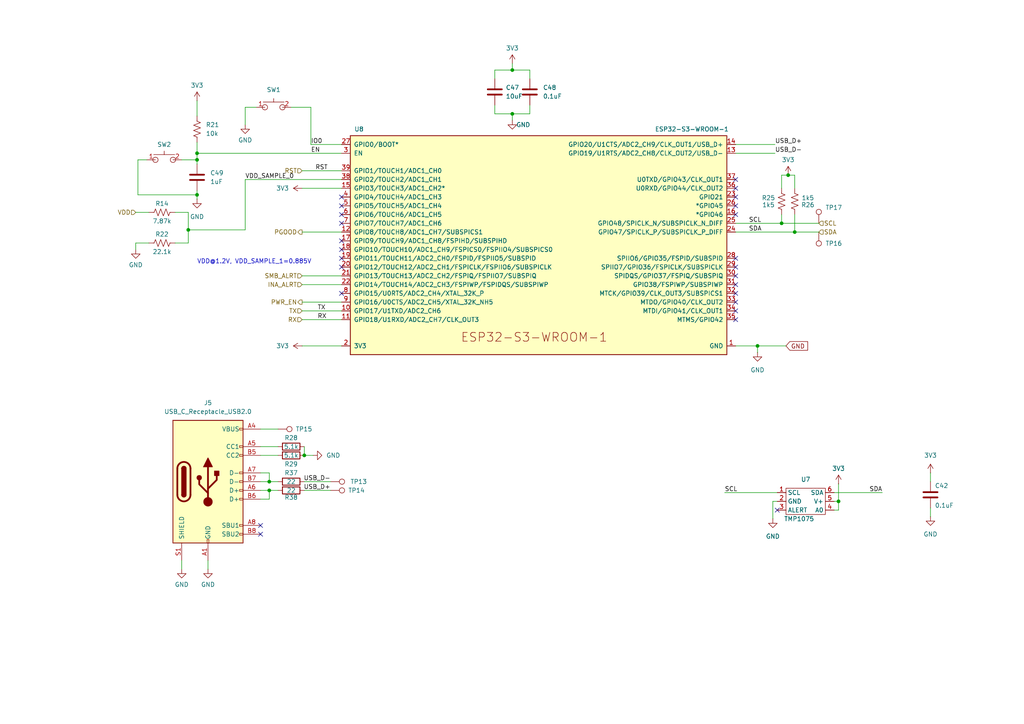
<source format=kicad_sch>
(kicad_sch (version 20231120) (generator "eeschema") (generator_version "8.0")
  (paper "A4")
  (title_block (title "BitForgeNano") (date "2024-06-21") (rev "1.0") (comment 1 "Licensed under CERN-OHL-W version 2"))
  (lib_symbols
    (symbol "+3V3_1" (power) (pin_numbers hide) (pin_names (offset 0) hide)
      (property "Value" "+3V3" (at 0 3.556 0))
      (symbol "+3V3_1_0_1"
        (polyline (pts (xy -0.762 1.27) (xy 0 2.54)))
        (polyline (pts (xy 0 0) (xy 0 2.54)))
        (polyline (pts (xy 0 2.54) (xy 0.762 1.27)))
      )
      (symbol "+3V3_1_1_1"
        (pin power_in line (at 0 0 90) (length 0) (name "~") (number "1"))
      )
    )
    (symbol "BitForgeNano:C" (pin_numbers hide) (pin_names (offset 0.254))
      (property "Reference" "C" (at 0.635 2.54 0))
      (property "Value" "C" (at 0.635 -2.54 0))
      (symbol "C_0_1"
        (polyline (pts (xy -2.032 -0.762) (xy 2.032 -0.762)) (stroke (width 0.508)))
        (polyline (pts (xy -2.032 0.762) (xy 2.032 0.762)) (stroke (width 0.508)))
      )
      (symbol "C_1_1"
        (pin passive line (at 0 3.81 270) (length 2.794) (name "~") (number "1"))
        (pin passive line (at 0 -3.81 90) (length 2.794) (name "~") (number "2"))
      )
    )
    (symbol "BitForgeNano:ESP32-S3-WROOM-1" (pin_names (offset 1.016))
      (property "Reference" "U12" (at -50.8 34.925 0))
      (property "Value" "ESP32-S3-WROOM-1" (at 45.72 34.925 0))
      (symbol "ESP32-S3-WROOM-1_0_0"
        (rectangle (start -53.34 33.02) (end 55.88 -30.48) (stroke (width 0.254)) (fill (type background)))
        (text "ESP32-S3-WROOM-1" (at 0 -25.4 0) (effects (font (size 2.54 2.54))))
        (pin power_in line (at 58.42 -27.94 180) (length 2.54) (name "GND") (number "1"))
        (pin bidirectional line (at -55.88 -17.78 0) (length 2.54) (name "GPIO17/U1TXD/ADC2_CH6") (number "10"))
        (pin bidirectional line (at -55.88 -20.32 0) (length 2.54) (name "GPIO18/U1RXD/ADC2_CH7/CLK_OUT3") (number "11"))
        (pin bidirectional line (at -55.88 5.08 0) (length 2.54) (name "GPIO8/TOUCH8/ADC1_CH7/SUBSPICS1") (number "12"))
        (pin bidirectional line (at 58.42 27.94 180) (length 2.54) (name "GPIO19/U1RTS/ADC2_CH8/CLK_OUT2/USB_D-") (number "13"))
        (pin bidirectional line (at 58.42 30.48 180) (length 2.54) (name "GPIO20/U1CTS/ADC2_CH9/CLK_OUT1/USB_D+") (number "14"))
        (pin bidirectional line (at -55.88 17.78 0) (length 2.54) (name "GPIO3/TOUCH3/ADC1_CH2*") (number "15"))
        (pin bidirectional line (at 58.42 10.16 180) (length 2.54) (name "*GPIO46") (number "16"))
        (pin bidirectional line (at -55.88 2.54 0) (length 2.54) (name "GPIO9/TOUCH9/ADC1_CH8/FSPIHD/SUBSPIHD") (number "17"))
        (pin bidirectional line (at -55.88 0 0) (length 2.54) (name "GPIO10/TOUCH10/ADC1_CH9/FSPICS0/FSPIIO4/SUBSPICS0") (number "18"))
        (pin bidirectional line (at -55.88 -2.54 0) (length 2.54) (name "GPIO11/TOUCH11/ADC2_CH0/FSPID/FSPIIO5/SUBSPID") (number "19"))
        (pin power_in line (at -55.88 -27.94 0) (length 2.54) (name "3V3") (number "2"))
        (pin bidirectional line (at -55.88 -5.08 0) (length 2.54) (name "GPIO12/TOUCH12/ADC2_CH1/FSPICLK/FSPIIO6/SUBSPICLK") (number "20"))
        (pin bidirectional line (at -55.88 -7.62 0) (length 2.54) (name "GPIO13/TOUCH13/ADC2_CH2/FSPIQ/FSPIIO7/SUBSPIQ") (number "21"))
        (pin bidirectional line (at -55.88 -10.16 0) (length 2.54) (name "GPIO14/TOUCH14/ADC2_CH3/FSPIWP/FSPIDQS/SUBSPIWP") (number "22"))
        (pin bidirectional line (at 58.42 15.24 180) (length 2.54) (name "GPIO21") (number "23"))
        (pin bidirectional line (at 58.42 5.08 180) (length 2.54) (name "GPIO47/SPICLK_P/SUBSPICLK_P_DIFF") (number "24"))
        (pin bidirectional line (at 58.42 7.62 180) (length 2.54) (name "GPIO48/SPICLK_N/SUBSPICLK_N_DIFF") (number "25"))
        (pin bidirectional line (at 58.42 12.7 180) (length 2.54) (name "*GPIO45") (number "26"))
        (pin bidirectional line (at -55.88 30.48 0) (length 2.54) (name "GPIO0/BOOT*") (number "27"))
        (pin bidirectional line (at 58.42 -2.54 180) (length 2.54) (name "SPIIO6/GPIO35/FSPID/SUBSPID") (number "28"))
        (pin bidirectional line (at 58.42 -5.08 180) (length 2.54) (name "SPIIO7/GPIO36/FSPICLK/SUBSPICLK") (number "29"))
        (pin input line (at -55.88 27.94 0) (length 2.54) (name "EN") (number "3"))
        (pin bidirectional line (at 58.42 -7.62 180) (length 2.54) (name "SPIDQS/GPIO37/FSPIQ/SUBSPIQ") (number "30"))
        (pin bidirectional line (at 58.42 -10.16 180) (length 2.54) (name "GPIO38/FSPIWP/SUBSPIWP") (number "31"))
        (pin bidirectional line (at 58.42 -12.7 180) (length 2.54) (name "MTCK/GPIO39/CLK_OUT3/SUBSPICS1") (number "32"))
        (pin bidirectional line (at 58.42 -15.24 180) (length 2.54) (name "MTDO/GPIO40/CLK_OUT2") (number "33"))
        (pin bidirectional line (at 58.42 -17.78 180) (length 2.54) (name "MTDI/GPIO41/CLK_OUT1") (number "34"))
        (pin bidirectional line (at 58.42 -20.32 180) (length 2.54) (name "MTMS/GPIO42") (number "35"))
        (pin bidirectional line (at 58.42 17.78 180) (length 2.54) (name "U0RXD/GPIO44/CLK_OUT2") (number "36"))
        (pin bidirectional line (at 58.42 20.32 180) (length 2.54) (name "U0TXD/GPIO43/CLK_OUT1") (number "37"))
        (pin bidirectional line (at -55.88 20.32 0) (length 2.54) (name "GPIO2/TOUCH2/ADC1_CH1") (number "38"))
        (pin bidirectional line (at -55.88 22.86 0) (length 2.54) (name "GPIO1/TOUCH1/ADC1_CH0") (number "39"))
        (pin bidirectional line (at -55.88 15.24 0) (length 2.54) (name "GPIO4/TOUCH4/ADC1_CH3") (number "4"))
        (pin passive line (at 58.42 -27.94 180) (length 2.54) hide (name "GND") (number "40"))
        (pin passive line (at 58.42 -27.94 180) (length 2.54) hide (name "GND") (number "41"))
        (pin bidirectional line (at -55.88 12.7 0) (length 2.54) (name "GPIO5/TOUCH5/ADC1_CH4") (number "5"))
        (pin bidirectional line (at -55.88 10.16 0) (length 2.54) (name "GPIO6/TOUCH6/ADC1_CH5") (number "6"))
        (pin bidirectional line (at -55.88 7.62 0) (length 2.54) (name "GPIO7/TOUCH7/ADC1_CH6") (number "7"))
        (pin bidirectional line (at -55.88 -12.7 0) (length 2.54) (name "GPIO15/U0RTS/ADC2_CH4/XTAL_32K_P") (number "8"))
        (pin bidirectional line (at -55.88 -15.24 0) (length 2.54) (name "GPIO16/U0CTS/ADC2_CH5/XTAL_32K_NH5") (number "9"))
      )
    )
    (symbol "BitForgeNano:GND" (power) (pin_names (offset 0))
      (property "Value" "GND" (at 0 -3.81 0))
      (symbol "GND_0_1"
        (polyline (pts (xy 0 0) (xy 0 -1.27) (xy 1.27 -1.27) (xy 0 -2.54) (xy -1.27 -1.27) (xy 0 -1.27)))
      )
      (symbol "GND_1_1"
        (pin power_in line (at 0 0 270) (length 0) hide (name "GND") (number "1"))
      )
    )
    (symbol "BitForgeNano:GT-TC029B-H025-L1N"
      (property "Reference" "SW2" (at 0 3.81 0))
      (symbol "GT-TC029B-H025-L1N_0_1"
        (circle (center -2.54 0) (radius 0.76))
        (polyline (pts (xy -3.05 1.52) (xy 3.05 1.52)))
        (polyline (pts (xy 0 1.52) (xy 0 2.54)))
        (circle (center 2.54 0) (radius 0.76))
        (pin unspecified line (at -5.08 0 0) (length 2.54) (name "~") (number "1"))
        (pin unspecified line (at 5.08 0 180) (length 2.54) (name "~") (number "2"))
      )
    )
    (symbol "BitForgeNano:R" (pin_numbers hide) (pin_names (offset 0))
      (property "Reference" "R" (at 2.032 0 90))
      (property "Value" "R" (at 0 0 90))
      (symbol "R_0_1"
        (rectangle (start -1.016 -2.54) (end 1.016 2.54) (stroke (width 0.254)))
      )
      (symbol "R_1_1"
        (pin passive line (at 0 3.81 270) (length 1.27) (name "~") (number "1"))
        (pin passive line (at 0 -3.81 90) (length 1.27) (name "~") (number "2"))
      )
    )
    (symbol "BitForgeNano:R_US" (pin_numbers hide) (pin_names (offset 0))
      (property "Reference" "R" (at 2.54 0 90))
      (property "Value" "R_US" (at -2.54 0 90))
      (symbol "R_US_0_1"
        (polyline (pts (xy 0 -2.286) (xy 0 -2.54)))
        (polyline (pts (xy 0 2.286) (xy 0 2.54)))
        (polyline (pts (xy 0 -0.762) (xy 1.016 -1.143) (xy 0 -1.524) (xy -1.016 -1.905) (xy 0 -2.286)))
        (polyline (pts (xy 0 0.762) (xy 1.016 0.381) (xy 0 0) (xy -1.016 -0.381) (xy 0 -0.762)))
        (polyline (pts (xy 0 2.286) (xy 1.016 1.905) (xy 0 1.524) (xy -1.016 1.143) (xy 0 0.762)))
      )
      (symbol "R_US_1_1"
        (pin passive line (at 0 3.81 270) (length 1.27) (name "~") (number "1"))
        (pin passive line (at 0 -3.81 90) (length 1.27) (name "~") (number "2"))
      )
    )
    (symbol "BitForgeNano:TMP1075-DRL-SOT563"
      (property "Reference" "U" (at -5.08 5.08 0))
      (symbol "TMP1075-DRL-SOT563_0_1"
        (rectangle (start -6.35 3.81) (end 5.08 -3.81))
      )
      (symbol "TMP1075-DRL-SOT563_1_1"
        (pin open_collector line (at -8.89 2.54 0) (length 2.54) (name "SCL") (number "1"))
        (pin power_in line (at -8.89 0 0) (length 2.54) (name "GND") (number "2"))
        (pin open_collector line (at -8.89 -2.54 0) (length 2.54) (name "ALERT") (number "3"))
        (pin input line (at 7.62 -2.54 180) (length 2.54) (name "A0") (number "4"))
        (pin power_in line (at 7.62 0 180) (length 2.54) (name "V+") (number "5"))
        (pin open_collector line (at 7.62 2.54 180) (length 2.54) (name "SDA") (number "6"))
      )
    )
    (symbol "BitForgeNano:TestPoint" (pin_numbers hide) (pin_names (offset 0.762) hide)
      (property "Reference" "TP" (at 0 6.858 0))
      (property "Value" "TestPoint" (at 0 5.08 0))
      (symbol "TestPoint_0_1"
        (circle (center 0 3.302) (radius 0.762))
      )
      (symbol "TestPoint_1_1"
        (pin passive line (at 0 0 90) (length 2.54) (name "1") (number "1"))
      )
    )
    (symbol "BitForgeNano:USB_C_Receptacle_USB2.0" (pin_names (offset 1.016))
      (property "Reference" "J" (at -10.16 19.05 0))
      (property "Value" "USB_C_Receptacle_USB2.0" (at 19.05 19.05 0))
      (symbol "USB_C_Receptacle_USB2.0_0_0"
        (rectangle (start -0.254 -17.78) (end 0.254 -16.764))
        (rectangle (start 10.16 -14.986) (end 9.144 -15.494))
        (rectangle (start 10.16 -12.446) (end 9.144 -12.954))
        (rectangle (start 10.16 -4.826) (end 9.144 -5.334))
        (rectangle (start 10.16 -2.286) (end 9.144 -2.794))
        (rectangle (start 10.16 0.254) (end 9.144 -0.254))
        (rectangle (start 10.16 2.794) (end 9.144 2.286))
        (rectangle (start 10.16 7.874) (end 9.144 7.366))
        (rectangle (start 10.16 10.414) (end 9.144 9.906))
        (rectangle (start 10.16 15.494) (end 9.144 14.986))
      )
      (symbol "USB_C_Receptacle_USB2.0_0_1"
        (rectangle (start -10.16 17.78) (end 10.16 -17.78) (stroke (width 0.254)) (fill (type background)))
        (arc (start -8.89 -3.81) (mid -6.985 -5.7067) (end -5.08 -3.81) (stroke (width 0.508)))
        (arc (start -7.62 -3.81) (mid -6.985 -4.4423) (end -6.35 -3.81) (stroke (width 0.254)))
        (arc (start -7.62 -3.81) (mid -6.985 -4.4423) (end -6.35 -3.81) (stroke (width 0.254)) (fill (type outline)))
        (rectangle (start -7.62 -3.81) (end -6.35 3.81) (stroke (width 0.254)) (fill (type outline)))
        (arc (start -6.35 3.81) (mid -6.985 4.4423) (end -7.62 3.81) (stroke (width 0.254)))
        (arc (start -6.35 3.81) (mid -6.985 4.4423) (end -7.62 3.81) (stroke (width 0.254)) (fill (type outline)))
        (arc (start -5.08 3.81) (mid -6.985 5.7067) (end -8.89 3.81) (stroke (width 0.508)))
        (circle (center -2.54 1.143) (radius 0.635) (stroke (width 0.254)) (fill (type outline)))
        (circle (center 0 -5.842) (radius 1.27) (fill (type outline)))
        (polyline (pts (xy -8.89 -3.81) (xy -8.89 3.81)) (stroke (width 0.508)))
        (polyline (pts (xy -5.08 3.81) (xy -5.08 -3.81)) (stroke (width 0.508)))
        (polyline (pts (xy 0 -5.842) (xy 0 4.318)) (stroke (width 0.508)))
        (polyline (pts (xy 0 -3.302) (xy -2.54 -0.762) (xy -2.54 0.508)) (stroke (width 0.508)))
        (polyline (pts (xy 0 -2.032) (xy 2.54 0.508) (xy 2.54 1.778)) (stroke (width 0.508)))
        (polyline (pts (xy -1.27 4.318) (xy 0 6.858) (xy 1.27 4.318) (xy -1.27 4.318)) (stroke (width 0.254)) (fill (type outline)))
        (rectangle (start 1.905 1.778) (end 3.175 3.048) (stroke (width 0.254)) (fill (type outline)))
      )
      (symbol "USB_C_Receptacle_USB2.0_1_1"
        (pin passive line (at 0 -22.86 90) (length 5.08) (name "GND") (number "A1"))
        (pin passive line (at 0 -22.86 90) (length 5.08) hide (name "GND") (number "A12"))
        (pin passive line (at 15.24 15.24 180) (length 5.08) (name "VBUS") (number "A4"))
        (pin bidirectional line (at 15.24 10.16 180) (length 5.08) (name "CC1") (number "A5"))
        (pin bidirectional line (at 15.24 -2.54 180) (length 5.08) (name "D+") (number "A6"))
        (pin bidirectional line (at 15.24 2.54 180) (length 5.08) (name "D-") (number "A7"))
        (pin bidirectional line (at 15.24 -12.7 180) (length 5.08) (name "SBU1") (number "A8"))
        (pin passive line (at 15.24 15.24 180) (length 5.08) hide (name "VBUS") (number "A9"))
        (pin passive line (at 0 -22.86 90) (length 5.08) hide (name "GND") (number "B1"))
        (pin passive line (at 0 -22.86 90) (length 5.08) hide (name "GND") (number "B12"))
        (pin passive line (at 15.24 15.24 180) (length 5.08) hide (name "VBUS") (number "B4"))
        (pin bidirectional line (at 15.24 7.62 180) (length 5.08) (name "CC2") (number "B5"))
        (pin bidirectional line (at 15.24 -5.08 180) (length 5.08) (name "D+") (number "B6"))
        (pin bidirectional line (at 15.24 0 180) (length 5.08) (name "D-") (number "B7"))
        (pin bidirectional line (at 15.24 -15.24 180) (length 5.08) (name "SBU2") (number "B8"))
        (pin passive line (at 15.24 15.24 180) (length 5.08) hide (name "VBUS") (number "B9"))
        (pin passive line (at -7.62 -22.86 90) (length 5.08) (name "SHIELD") (number "S1"))
      )
    )
    (symbol "GND_2" (power) (pin_numbers hide) (pin_names (offset 0) hide)
      (property "Value" "GND" (at 0 -3.81 0))
      (symbol "GND_2_0_1"
        (polyline (pts (xy 0 0) (xy 0 -1.27) (xy 1.27 -1.27) (xy 0 -2.54) (xy -1.27 -1.27) (xy 0 -1.27)))
      )
      (symbol "GND_2_1_1"
        (pin power_in line (at 0 0 270) (length 0) (name "~") (number "1"))
      )
    )
  )
  (junction (at 57.15 46.355))
  (junction (at 57.15 56.515))
  (junction (at 54.61 66.675))
  (junction (at 219.71 100.33))
  (junction (at 228.6 50.8))
  (junction (at 226.695 64.77))
  (junction (at 148.59 20.32))
  (junction (at 230.505 67.31))
  (junction (at 88.265 132.08))
  (junction (at 78.105 142.24))
  (junction (at 243.205 145.415))
  (junction (at 148.59 33.02))
  (junction (at 57.15 44.45))
  (junction (at 78.105 139.7))
  (no_connect (at 213.36 77.47))
  (no_connect (at 99.06 74.93))
  (no_connect (at 75.565 154.94))
  (no_connect (at 99.06 64.77))
  (no_connect (at 75.565 152.4))
  (no_connect (at 213.36 92.71))
  (no_connect (at 213.36 74.93))
  (no_connect (at 225.425 147.955))
  (no_connect (at 213.36 54.61))
  (no_connect (at 213.36 62.23))
  (no_connect (at 99.06 59.69))
  (no_connect (at 99.06 69.85))
  (no_connect (at 213.36 85.09))
  (no_connect (at 213.36 82.55))
  (no_connect (at 99.06 62.23))
  (no_connect (at 99.06 72.39))
  (no_connect (at 213.36 59.69))
  (no_connect (at 213.36 87.63))
  (no_connect (at 99.06 77.47))
  (no_connect (at 213.36 57.15))
  (no_connect (at 99.06 57.15))
  (no_connect (at 99.06 85.09))
  (no_connect (at 213.36 80.01))
  (no_connect (at 213.36 52.07))
  (no_connect (at 213.36 90.17))
  (wire (pts (xy 57.15 56.515) (xy 57.15 57.785)))
  (wire (pts (xy 153.67 33.02) (xy 148.59 33.02)))
  (wire (pts (xy 52.705 162.56) (xy 52.705 165.1)))
  (wire (pts (xy 99.06 49.53) (xy 87.63 49.53)))
  (wire (pts (xy 148.59 33.02) (xy 148.59 34.925)))
  (wire (pts (xy 226.695 54.61) (xy 226.695 50.8)))
  (wire (pts (xy 71.12 31.115) (xy 74.295 31.115)))
  (wire (pts (xy 39.37 61.595) (xy 43.18 61.595)))
  (wire (pts (xy 75.565 132.08) (xy 80.645 132.08)))
  (wire (pts (xy 57.15 46.355) (xy 57.15 47.625)))
  (wire (pts (xy 87.63 82.55) (xy 99.06 82.55)))
  (wire (pts (xy 40.005 46.355) (xy 40.005 56.515)))
  (wire (pts (xy 78.105 142.24) (xy 80.645 142.24)))
  (wire (pts (xy 243.205 145.415) (xy 243.205 147.955)))
  (wire (pts (xy 148.59 18.415) (xy 148.59 20.32)))
  (wire (pts (xy 75.565 137.16) (xy 78.105 137.16)))
  (wire (pts (xy 226.695 62.23) (xy 226.695 64.77)))
  (wire (pts (xy 54.61 66.675) (xy 71.12 66.675)))
  (wire (pts (xy 230.505 50.8) (xy 230.505 54.61)))
  (wire (pts (xy 219.71 100.33) (xy 227.965 100.33)))
  (wire (pts (xy 213.36 64.77) (xy 226.695 64.77)))
  (wire (pts (xy 143.51 33.02) (xy 143.51 30.48)))
  (wire (pts (xy 57.15 44.45) (xy 57.15 46.355)))
  (wire (pts (xy 87.63 67.31) (xy 99.06 67.31)))
  (wire (pts (xy 75.565 142.24) (xy 78.105 142.24)))
  (wire (pts (xy 39.37 70.485) (xy 43.18 70.485)))
  (wire (pts (xy 153.67 30.48) (xy 153.67 33.02)))
  (wire (pts (xy 57.15 41.275) (xy 57.15 44.45)))
  (wire (pts (xy 87.63 87.63) (xy 99.06 87.63)))
  (wire (pts (xy 226.695 50.8) (xy 228.6 50.8)))
  (wire (pts (xy 153.67 20.32) (xy 148.59 20.32)))
  (wire (pts (xy 78.105 144.78) (xy 75.565 144.78)))
  (wire (pts (xy 42.545 46.355) (xy 40.005 46.355)))
  (wire (pts (xy 71.12 66.675) (xy 71.12 52.07)))
  (wire (pts (xy 213.36 67.31) (xy 230.505 67.31)))
  (wire (pts (xy 78.105 142.24) (xy 78.105 144.78)))
  (wire (pts (xy 99.06 92.71) (xy 87.63 92.71)))
  (wire (pts (xy 87.63 54.61) (xy 99.06 54.61)))
  (wire (pts (xy 54.61 61.595) (xy 54.61 66.675)))
  (wire (pts (xy 213.36 100.33) (xy 219.71 100.33)))
  (wire (pts (xy 54.61 70.485) (xy 50.8 70.485)))
  (wire (pts (xy 230.505 62.23) (xy 230.505 67.31)))
  (wire (pts (xy 78.105 139.7) (xy 80.645 139.7)))
  (wire (pts (xy 99.06 90.17) (xy 87.63 90.17)))
  (wire (pts (xy 269.875 137.16) (xy 269.875 139.7)))
  (wire (pts (xy 52.705 46.355) (xy 57.15 46.355)))
  (wire (pts (xy 88.265 129.54) (xy 88.265 132.08)))
  (wire (pts (xy 40.005 56.515) (xy 57.15 56.515)))
  (wire (pts (xy 39.37 70.485) (xy 39.37 72.39)))
  (wire (pts (xy 213.36 41.91) (xy 224.79 41.91)))
  (wire (pts (xy 88.265 142.24) (xy 95.885 142.24)))
  (wire (pts (xy 228.6 50.8) (xy 230.505 50.8)))
  (wire (pts (xy 75.565 129.54) (xy 80.645 129.54)))
  (wire (pts (xy 210.185 142.875) (xy 225.425 142.875)))
  (wire (pts (xy 213.36 44.45) (xy 224.79 44.45)))
  (wire (pts (xy 75.565 124.46) (xy 80.645 124.46)))
  (wire (pts (xy 241.935 145.415) (xy 243.205 145.415)))
  (wire (pts (xy 87.63 80.01) (xy 99.06 80.01)))
  (wire (pts (xy 148.59 20.32) (xy 143.51 20.32)))
  (wire (pts (xy 226.695 64.77) (xy 237.49 64.77)))
  (wire (pts (xy 143.51 20.32) (xy 143.51 22.86)))
  (wire (pts (xy 50.8 61.595) (xy 54.61 61.595)))
  (wire (pts (xy 57.15 29.21) (xy 57.15 33.655)))
  (wire (pts (xy 148.59 33.02) (xy 143.51 33.02)))
  (wire (pts (xy 224.155 145.415) (xy 224.155 150.495)))
  (wire (pts (xy 54.61 66.675) (xy 54.61 70.485)))
  (wire (pts (xy 153.67 22.86) (xy 153.67 20.32)))
  (wire (pts (xy 219.71 100.33) (xy 219.71 102.235)))
  (wire (pts (xy 241.935 142.875) (xy 255.905 142.875)))
  (wire (pts (xy 57.15 55.245) (xy 57.15 56.515)))
  (wire (pts (xy 78.105 139.7) (xy 75.565 139.7)))
  (wire (pts (xy 87.63 100.33) (xy 99.06 100.33)))
  (wire (pts (xy 243.205 147.955) (xy 241.935 147.955)))
  (wire (pts (xy 71.12 31.115) (xy 71.12 36.195)))
  (wire (pts (xy 57.15 44.45) (xy 99.06 44.45)))
  (wire (pts (xy 60.325 162.56) (xy 60.325 165.1)))
  (wire (pts (xy 84.455 31.115) (xy 90.17 31.115)))
  (wire (pts (xy 71.12 52.07) (xy 99.06 52.07)))
  (wire (pts (xy 88.265 139.7) (xy 95.885 139.7)))
  (wire (pts (xy 225.425 145.415) (xy 224.155 145.415)))
  (wire (pts (xy 78.105 137.16) (xy 78.105 139.7)))
  (wire (pts (xy 90.17 31.115) (xy 90.17 41.91)))
  (wire (pts (xy 269.875 147.32) (xy 269.875 149.86)))
  (wire (pts (xy 243.205 145.415) (xy 243.205 140.335)))
  (wire (pts (xy 90.17 41.91) (xy 99.06 41.91)))
  (wire (pts (xy 230.505 67.31) (xy 237.49 67.31)))
  (wire (pts (xy 88.265 132.08) (xy 90.805 132.08)))
  (text "VDD@1.2V, VDD_SAMPLE_1=0.885V\n\n" (at 57.15 78.74 0) (effects (font (size 1.27 1.27)) (justify left bottom)))
  (label "SDA" (at 255.905 142.875 180))
  (label "SDA" (at 217.17 67.31 0))
  (label "TX" (at 92.075 90.17 0))
  (label "VDD_SAMPLE_0" (at 71.12 52.07 0))
  (label "USB_D+" (at 224.79 41.91 0))
  (label "IO0" (at 90.17 41.91 0))
  (label "RX" (at 92.075 92.71 0))
  (label "USB_D-" (at 224.79 44.45 0))
  (label "EN" (at 90.17 44.45 0))
  (label "RST" (at 91.44 49.53 0))
  (label "USB_D-" (at 95.885 139.7 180))
  (label "USB_D+" (at 95.885 142.24 180))
  (label "SCL" (at 210.185 142.875 0))
  (label "SCL" (at 217.17 64.77 0))
  (global_label "GND" (shape input) (at 227.965 100.33 0) (property "Intersheetrefs" "${INTERSHEET_REFS}" (effects (hide yes))))
  (hierarchical_label "SCL" (shape input) (at 237.49 64.77 0))
  (hierarchical_label "PGOOD" (shape output) (at 87.63 67.31 180))
  (hierarchical_label "VDD" (shape input) (at 39.37 61.595 180))
  (hierarchical_label "RX" (shape input) (at 87.63 92.71 180))
  (hierarchical_label "SMB_ALRT" (shape input) (at 87.63 80.01 180))
  (hierarchical_label "RST" (shape input) (at 87.63 49.53 180))
  (hierarchical_label "PWR_EN" (shape output) (at 87.63 87.63 180))
  (hierarchical_label "INA_ALRT" (shape input) (at 87.63 82.55 180))
  (hierarchical_label "SDA" (shape input) (at 237.49 67.31 0))
  (hierarchical_label "TX" (shape input) (at 87.63 90.17 180))
  (symbol (lib_id "BitForgeNano:R") (at 84.455 129.54 270) (unit 1)
    (property "Reference" "R28" (at 84.455 127 90))
    (property "Value" "5.1k" (at 84.455 129.54 90))
    (property "Footprint" "BitForgeNano:R_0201_0603Metric" (effects (hide yes)))
    (property "Description" "RC0201FR-075K1L" (effects (hide yes)))
    (property "DK" "YAG2741CT-ND" (effects (hide yes)))
  )
  (symbol (lib_id "BitForgeNano:R_US") (at 57.15 37.465 0) (unit 1)
    (property "Reference" "R21" (at 59.69 36.1949 0) (effects (justify left)))
    (property "Value" "10k" (at 59.69 38.7349 0) (effects (justify left)))
    (property "Footprint" "Resistor_SMD:R_0402_1005Metric" (effects (hide yes)))
    (property "Description" "RC0402JR-0710KL" (effects (hide yes)))
    (property "DK" "311-10KJRCT-ND" (effects (hide yes)))
    (property "PARTNO" "RC0402JR-0710KL" (effects (hide yes)))
  )
  (symbol (lib_name "GND_2") (lib_id "BitForgeNano:GND_2") (at 219.71 102.235 0) (unit 1)
    (property "Reference" "#PWR018" (effects (hide yes)))
    (property "Value" "GND" (at 219.71 107.315 0))
    (property "Description" "Power symbol creates a global label with name \"GND\" , ground" (effects (hide yes)))
  )
  (symbol (lib_id "BitForgeNano:C") (at 269.875 143.51 0) (unit 1)
    (property "Reference" "C42" (at 271.145 141.605 0) (effects (justify left bottom)))
    (property "Value" "0.1uF" (at 271.145 147.32 0) (effects (justify left bottom)))
    (property "Footprint" "Capacitor_SMD:C_0402_1005Metric" (effects (hide yes)))
    (property "Description" "CL05B104KP5VPNC" (effects (hide yes)))
    (property "DK" "1276-CL05B104KP5VPNCCT-ND" (effects (hide yes)))
  )
  (symbol (lib_name "+3V3_1") (lib_id "BitForgeNano:+3V3_1") (at 57.15 29.21 0) (unit 1)
    (property "Reference" "#PWR016" (effects (hide yes)))
    (property "Value" "3V3" (at 57.15 24.765 0))
    (property "Description" "Power symbol creates a global label with name \"+3V3\"" (effects (hide yes)))
  )
  (symbol (lib_id "BitForgeNano:R") (at 84.455 139.7 270) (unit 1)
    (property "Reference" "R37" (at 84.455 137.16 90))
    (property "Value" "22" (at 84.455 139.7 90))
    (property "Footprint" "BitForgeNano:R_0201_0603Metric" (effects (hide yes)))
    (property "Description" "RC0201FR-0722RL" (effects (hide yes)))
    (property "DK" "YAG2518CT-ND" (effects (hide yes)))
  )
  (symbol (lib_id "BitForgeNano:TestPoint") (at 237.49 64.77 0) (unit 1)
    (property "Reference" "TP17" (at 239.395 60.1979 0) (effects (justify left)))
    (property "Value" "TestPoint" (effects (hide yes)))
    (property "Footprint" "BitForgeNano:TestPoint_Pad_D1.0mm" (effects (hide yes)))
    (property "Description" "test point" (effects (hide yes)))
  )
  (symbol (lib_name "GND_2") (lib_id "BitForgeNano:GND_2") (at 148.59 34.925 0) (unit 1)
    (property "Reference" "#PWR019" (effects (hide yes)))
    (property "Value" "GND" (at 151.765 36.195 0))
    (property "Description" "Power symbol creates a global label with name \"GND\" , ground" (effects (hide yes)))
  )
  (symbol (lib_name "+3V3_1") (lib_id "BitForgeNano:+3V3_1") (at 228.6 50.8 0) (unit 1)
    (property "Reference" "#PWR017" (effects (hide yes)))
    (property "Value" "3V3" (at 228.6 46.355 0))
    (property "Description" "Power symbol creates a global label with name \"+3V3\"" (effects (hide yes)))
  )
  (symbol (lib_id "BitForgeNano:R") (at 84.455 132.08 270) (mirror x) (unit 1)
    (property "Reference" "R29" (at 84.455 134.62 90))
    (property "Value" "5.1k" (at 84.455 132.08 90))
    (property "Footprint" "BitForgeNano:R_0201_0603Metric" (effects (hide yes)))
    (property "Description" "RC0201FR-075K1L" (effects (hide yes)))
    (property "DK" "YAG2741CT-ND" (effects (hide yes)))
  )
  (symbol (lib_name "GND_2") (lib_id "BitForgeNano:GND_2") (at 71.12 36.195 0) (unit 1)
    (property "Reference" "#PWR021" (effects (hide yes)))
    (property "Value" "GND" (at 71.12 40.64 0))
    (property "Description" "Power symbol creates a global label with name \"GND\" , ground" (effects (hide yes)))
  )
  (symbol (lib_id "BitForgeNano:GT-TC029B-H025-L1N") (at 47.625 46.355 0) (unit 1)
    (property "Reference" "SW2" (at 47.625 41.91 0))
    (property "Value" "GT-TC029B-H025-L1N" (effects (hide yes)))
    (property "Footprint" "BitForgeNano:SW_CS1213AGF260_CRS" (effects (hide yes)))
    (property "Datasheet" "https://www.citrelay.com/Catalog%20Pages/SwitchCatalog/CS1213.pdf" (effects (hide yes)))
    (property "Description" "CS1213AGF260" (effects (hide yes)))
    (property "DK" "2449-CS1213AGF260CT-ND" (effects (hide yes)))
    (property "PARTNO" "CS1213AGF260" (effects (hide yes)))
  )
  (symbol (lib_name "+3V3_1") (lib_id "BitForgeNano:+3V3_1") (at 87.63 100.33 90) (unit 1)
    (property "Reference" "#PWR09" (effects (hide yes)))
    (property "Value" "3V3" (at 83.82 100.3299 90) (effects (justify left)))
    (property "Description" "Power symbol creates a global label with name \"+3V3\"" (effects (hide yes)))
  )
  (symbol (lib_id "BitForgeNano:R_US") (at 46.99 61.595 270) (unit 1)
    (property "Reference" "R14" (at 46.99 59.055 90))
    (property "Value" "7.87k" (at 46.99 64.135 90))
    (property "Footprint" "BitForgeNano:R_0402_1005Metric" (effects (hide yes)))
    (property "Description" "RC0402FR-077K87L" (effects (hide yes)))
    (property "DK" "311-7.87KLRCT-ND" (effects (hide yes)))
    (property "PARTNO" "RC0402FR-077K87L" (effects (hide yes)))
  )
  (symbol (lib_id "BitForgeNano:R_US") (at 46.99 70.485 90) (unit 1)
    (property "Reference" "R22" (at 46.99 67.945 90))
    (property "Value" "22.1k" (at 46.99 73.025 90))
    (property "Footprint" "BitForgeNano:R_0402_1005Metric" (effects (hide yes)))
    (property "Description" "RC0402FR-0722K1L" (effects (hide yes)))
    (property "DK" "311-22.1KLRCT-ND" (effects (hide yes)))
    (property "PARTNO" "RC0402FR-0722K1L" (effects (hide yes)))
  )
  (symbol (lib_id "BitForgeNano:TestPoint") (at 95.885 142.24 270) (unit 1)
    (property "Reference" "TP14" (at 100.965 142.2399 90) (effects (justify left)))
    (property "Value" "TestPoint" (effects (hide yes)))
    (property "Footprint" "BitForgeNano:TestPoint_Pad_D1.0mm" (effects (hide yes)))
    (property "Description" "test point" (effects (hide yes)))
  )
  (symbol (lib_name "+3V3_1") (lib_id "BitForgeNano:+3V3_1") (at 269.875 137.16 0) (unit 1)
    (property "Reference" "#PWR012" (effects (hide yes)))
    (property "Value" "3V3" (at 269.875 132.08 0))
    (property "Description" "Power symbol creates a global label with name \"+3V3\"" (effects (hide yes)))
  )
  (symbol (lib_id "BitForgeNano:C") (at 143.51 26.67 0) (unit 1)
    (property "Reference" "C47" (at 146.685 25.3999 0) (effects (justify left)))
    (property "Value" "10uF" (at 146.685 27.9399 0) (effects (justify left)))
    (property "Footprint" "Capacitor_SMD:C_0805_2012Metric" (effects (hide yes)))
    (property "Description" "CL21A106KOQNNNE" (effects (hide yes)))
    (property "DK" "1276-1096-1-ND" (effects (hide yes)))
    (property "PARTNO" "CL21A106KOQNNNE" (effects (hide yes)))
  )
  (symbol (lib_name "GND_2") (lib_id "BitForgeNano:GND_2") (at 269.875 149.86 0) (unit 1)
    (property "Reference" "#PWR014" (effects (hide yes)))
    (property "Value" "GND" (at 269.875 154.94 0))
    (property "Description" "Power symbol creates a global label with name \"GND\" , ground" (effects (hide yes)))
  )
  (symbol (lib_id "BitForgeNano:R") (at 84.455 142.24 270) (unit 1)
    (property "Reference" "R38" (at 84.455 144.272 90))
    (property "Value" "22" (at 84.455 142.24 90))
    (property "Footprint" "BitForgeNano:R_0201_0603Metric" (effects (hide yes)))
    (property "Description" "RC0201FR-0722RL" (effects (hide yes)))
    (property "DK" "YAG2518CT-ND" (effects (hide yes)))
  )
  (symbol (lib_id "BitForgeNano:GND") (at 60.325 165.1 0) (unit 1)
    (property "Reference" "#PWR059" (effects (hide yes)))
    (property "Value" "GND" (at 60.325 169.545 0))
    (property "Description" "Power symbol creates a global label with name \"GND\" , ground" (effects (hide yes)))
  )
  (symbol (lib_id "BitForgeNano:C") (at 153.67 26.67 0) (unit 1)
    (property "Reference" "C48" (at 157.48 25.3999 0) (effects (justify left)))
    (property "Value" "0.1uF" (at 157.48 27.9399 0) (effects (justify left)))
    (property "Footprint" "Capacitor_SMD:C_0402_1005Metric" (effects (hide yes)))
    (property "Description" "0402X104K100CT" (effects (hide yes)))
    (property "DK" "1292-1639-1-ND" (effects (hide yes)))
    (property "PARTNO" "0402X104K100CT" (effects (hide yes)))
  )
  (symbol (lib_id "BitForgeNano:TestPoint") (at 80.645 124.46 270) (unit 1)
    (property "Reference" "TP15" (at 85.725 124.4599 90) (effects (justify left)))
    (property "Value" "TestPoint" (effects (hide yes)))
    (property "Footprint" "BitForgeNano:TestPoint_Pad_D1.0mm" (effects (hide yes)))
    (property "Description" "test point" (effects (hide yes)))
  )
  (symbol (lib_id "BitForgeNano:R_US") (at 230.505 58.42 0) (unit 1)
    (property "Reference" "R26" (at 234.315 59.436 0))
    (property "Value" "1k5" (at 234.315 57.404 0))
    (property "Footprint" "BitForgeNano:R_0402_1005Metric" (effects (hide yes)))
    (property "Description" "RC0402FR-071K5L" (effects (hide yes)))
    (property "DK" "311-1.50KLRCT-ND" (effects (hide yes)))
    (property "PARTNO" "RC0402FR-135K1L" (effects (hide yes)))
  )
  (symbol (lib_id "BitForgeNano:TMP1075-DRL-SOT563") (at 234.315 145.415 0) (unit 1)
    (property "Reference" "U7" (at 233.68 139.065 0))
    (property "Value" "TMP1075" (at 231.775 150.495 0))
    (property "Footprint" "BitForgeNano:SOT-563" (effects (hide yes)))
    (property "Description" "TMP1075NDRLR" (effects (hide yes)))
    (property "Distributor" "D" (effects (hide yes)))
    (property "Manufacturer" "TMP1075NDRLR" (effects (hide yes)))
    (property "OrderNr" "296-TMP1075NDRLRCT-ND" (effects (hide yes)))
    (property "DK" "296-TMP1075NDRLRCT-ND" (effects (hide yes)))
  )
  (symbol (lib_id "BitForgeNano:TestPoint") (at 237.49 67.31 180) (unit 1)
    (property "Reference" "TP16" (at 239.395 70.6119 0) (effects (justify right)))
    (property "Value" "TestPoint" (effects (hide yes)))
    (property "Footprint" "BitForgeNano:TestPoint_Pad_D1.0mm" (effects (hide yes)))
    (property "Description" "test point" (effects (hide yes)))
  )
  (symbol (lib_name "+3V3_1") (lib_id "BitForgeNano:+3V3_1") (at 148.59 18.415 0) (unit 1)
    (property "Reference" "#PWR0101" (effects (hide yes)))
    (property "Value" "3V3" (at 148.59 13.97 0))
    (property "Description" "Power symbol creates a global label with name \"+3V3\"" (effects (hide yes)))
  )
  (symbol (lib_name "GND_2") (lib_id "BitForgeNano:GND_2") (at 224.155 150.495 0) (unit 1)
    (property "Reference" "#PWR015" (effects (hide yes)))
    (property "Value" "GND" (at 224.155 155.575 0))
    (property "Description" "Power symbol creates a global label with name \"GND\" , ground" (effects (hide yes)))
  )
  (symbol (lib_name "+3V3_1") (lib_id "BitForgeNano:+3V3_1") (at 87.63 54.61 90) (unit 1)
    (property "Reference" "#PWR010" (effects (hide yes)))
    (property "Value" "3V3" (at 83.82 54.6099 90) (effects (justify left)))
    (property "Description" "Power symbol creates a global label with name \"+3V3\"" (effects (hide yes)))
  )
  (symbol (lib_id "BitForgeNano:R_US") (at 226.695 58.42 180) (unit 1)
    (property "Reference" "R25" (at 222.885 57.404 0))
    (property "Value" "1k5" (at 222.885 59.436 0))
    (property "Footprint" "BitForgeNano:R_0402_1005Metric" (effects (hide yes)))
    (property "Description" "RC0402FR-071K5L" (effects (hide yes)))
    (property "DK" "311-1.50KLRCT-ND" (effects (hide yes)))
    (property "PARTNO" "RC0402FR-135K1L" (effects (hide yes)))
  )
  (symbol (lib_id "BitForgeNano:C") (at 57.15 51.435 0) (unit 1)
    (property "Reference" "C49" (at 60.96 50.1649 0) (effects (justify left)))
    (property "Value" "1uF" (at 60.96 52.7049 0) (effects (justify left)))
    (property "Footprint" "Capacitor_SMD:C_0402_1005Metric" (effects (hide yes)))
    (property "Description" "EMK105BJ105MV-F" (effects (hide yes)))
    (property "DK" "587-5514-1-ND" (effects (hide yes)))
    (property "PARTNO" "EMK105BJ105MV-F" (effects (hide yes)))
  )
  (symbol (lib_id "BitForgeNano:ESP32-S3-WROOM-1") (at 154.94 72.39 0) (unit 1)
    (property "Reference" "U8" (at 104.14 37.465 0))
    (property "Value" "ESP32-S3-WROOM-1" (at 200.66 37.465 0))
    (property "Footprint" "BitForgeNano:ESP32-S3-WROOM-1" (effects (hide yes)))
    (property "Datasheet" "https://www.espressif.com/sites/default/files/documentation/esp32-s3-wroom-1_wroom-1u_datasheet_en.pdf" (effects (hide yes)))
    (property "Description" "ESP32-S3-WROOM-1-N16R8" (effects (hide yes)))
    (property "DK" "1965-ESP32-S3-WROOM-1-N16R8CT-ND" (effects (hide yes)))
    (property "PARTNO" "ESP32-S3-WROOM-1-N16R8" (effects (hide yes)))
  )
  (symbol (lib_id "BitForgeNano:USB_C_Receptacle_USB2.0") (at 60.325 139.7 0) (unit 1)
    (property "Reference" "J5" (at 60.325 116.84 0))
    (property "Value" "USB_C_Receptacle_USB2.0" (at 60.325 119.38 0))
    (property "Footprint" "BitForgeNano:USB_C_Receptacle_GCT_USB4105-xx-A_16P_TopMnt_Horizontal" (effects (hide yes)))
    (property "Datasheet" "https://www.usb.org/sites/default/files/documents/usb_type-c.zip" (effects (hide yes)))
    (property "Description" "USB4105-GF-A" (effects (hide yes)))
    (property "Distributor" "D" (effects (hide yes)))
    (property "Manufacturer" "USB4105-GF-A" (effects (hide yes)))
    (property "OrderNr" "2073-USB4105-GF-ACT-ND" (effects (hide yes)))
    (property "DK" "2073-USB4105-GF-ACT-ND" (effects (hide yes)))
  )
  (symbol (lib_id "BitForgeNano:GT-TC029B-H025-L1N") (at 79.375 31.115 0) (unit 1)
    (property "Reference" "SW1" (at 79.375 26.035 0))
    (property "Value" "GT-TC029B-H025-L1N" (effects (hide yes)))
    (property "Footprint" "BitForgeNano:SW_CS1213AGF260_CRS" (effects (hide yes)))
    (property "Datasheet" "https://www.citrelay.com/Catalog%20Pages/SwitchCatalog/CS1213.pdf" (effects (hide yes)))
    (property "Description" "CS1213AGF260" (effects (hide yes)))
    (property "DK" "2449-CS1213AGF260CT-ND" (effects (hide yes)))
    (property "PARTNO" "CS1213AGF260" (effects (hide yes)))
  )
  (symbol (lib_name "+3V3_1") (lib_id "BitForgeNano:+3V3_1") (at 243.205 140.335 0) (unit 1)
    (property "Reference" "#PWR013" (effects (hide yes)))
    (property "Value" "3V3" (at 243.205 135.89 0))
    (property "Description" "Power symbol creates a global label with name \"+3V3\"" (effects (hide yes)))
  )
  (symbol (lib_name "GND_2") (lib_id "BitForgeNano:GND_2") (at 57.15 57.785 0) (unit 1)
    (property "Reference" "#PWR020" (effects (hide yes)))
    (property "Value" "GND" (at 57.15 62.865 0))
    (property "Description" "Power symbol creates a global label with name \"GND\" , ground" (effects (hide yes)))
  )
  (symbol (lib_name "GND_2") (lib_id "BitForgeNano:GND_2") (at 39.37 72.39 0) (unit 1)
    (property "Reference" "#PWR022" (effects (hide yes)))
    (property "Value" "GND" (at 39.37 76.835 0))
    (property "Description" "Power symbol creates a global label with name \"GND\" , ground" (effects (hide yes)))
  )
  (symbol (lib_id "BitForgeNano:GND") (at 90.805 132.08 90) (unit 1)
    (property "Reference" "#PWR057" (effects (hide yes)))
    (property "Value" "GND" (at 94.615 132.0799 90) (effects (justify right)))
    (property "Description" "Power symbol creates a global label with name \"GND\" , ground" (effects (hide yes)))
  )
  (symbol (lib_id "BitForgeNano:GND") (at 52.705 165.1 0) (unit 1)
    (property "Reference" "#PWR058" (effects (hide yes)))
    (property "Value" "GND" (at 52.705 169.545 0))
    (property "Description" "Power symbol creates a global label with name \"GND\" , ground" (effects (hide yes)))
  )
  (symbol (lib_id "BitForgeNano:TestPoint") (at 95.885 139.7 270) (unit 1)
    (property "Reference" "TP13" (at 101.6 139.6999 90) (effects (justify left)))
    (property "Value" "TestPoint" (effects (hide yes)))
    (property "Footprint" "BitForgeNano:TestPoint_Pad_D1.0mm" (effects (hide yes)))
    (property "Description" "test point" (effects (hide yes)))
  )
)
</source>
